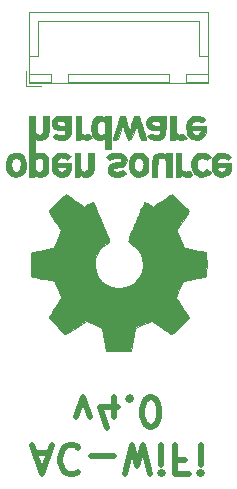
<source format=gbr>
G04 #@! TF.GenerationSoftware,KiCad,Pcbnew,(6.0.6)*
G04 #@! TF.CreationDate,2023-01-05T20:28:39+10:00*
G04 #@! TF.ProjectId,MHI ESP,4d484920-4553-4502-9e6b-696361645f70,rev?*
G04 #@! TF.SameCoordinates,Original*
G04 #@! TF.FileFunction,Legend,Bot*
G04 #@! TF.FilePolarity,Positive*
%FSLAX46Y46*%
G04 Gerber Fmt 4.6, Leading zero omitted, Abs format (unit mm)*
G04 Created by KiCad (PCBNEW (6.0.6)) date 2023-01-05 20:28:39*
%MOMM*%
%LPD*%
G01*
G04 APERTURE LIST*
%ADD10C,0.500000*%
%ADD11C,0.120000*%
%ADD12C,0.010000*%
G04 APERTURE END LIST*
D10*
X117916666Y-113845833D02*
X119107142Y-113845833D01*
X117678571Y-113131547D02*
X118511904Y-115631547D01*
X119345238Y-113131547D01*
X121607142Y-113369642D02*
X121488095Y-113250595D01*
X121130952Y-113131547D01*
X120892857Y-113131547D01*
X120535714Y-113250595D01*
X120297619Y-113488690D01*
X120178571Y-113726785D01*
X120059523Y-114202976D01*
X120059523Y-114560119D01*
X120178571Y-115036309D01*
X120297619Y-115274404D01*
X120535714Y-115512500D01*
X120892857Y-115631547D01*
X121130952Y-115631547D01*
X121488095Y-115512500D01*
X121607142Y-115393452D01*
X122678571Y-114083928D02*
X124583333Y-114083928D01*
X125535714Y-115631547D02*
X126130952Y-113131547D01*
X126607142Y-114917261D01*
X127083333Y-113131547D01*
X127678571Y-115631547D01*
X128630952Y-113131547D02*
X128630952Y-114798214D01*
X128630952Y-115631547D02*
X128511904Y-115512500D01*
X128630952Y-115393452D01*
X128750000Y-115512500D01*
X128630952Y-115631547D01*
X128630952Y-115393452D01*
X130654761Y-114441071D02*
X129821428Y-114441071D01*
X129821428Y-113131547D02*
X129821428Y-115631547D01*
X131011904Y-115631547D01*
X131964285Y-113131547D02*
X131964285Y-114798214D01*
X131964285Y-115631547D02*
X131845238Y-115512500D01*
X131964285Y-115393452D01*
X132083333Y-115512500D01*
X131964285Y-115631547D01*
X131964285Y-115393452D01*
X121428571Y-110773214D02*
X122023809Y-109106547D01*
X122619047Y-110773214D01*
X124642857Y-110773214D02*
X124642857Y-109106547D01*
X124047619Y-111725595D02*
X123452380Y-109939880D01*
X125000000Y-109939880D01*
X125952380Y-109344642D02*
X126071428Y-109225595D01*
X125952380Y-109106547D01*
X125833333Y-109225595D01*
X125952380Y-109344642D01*
X125952380Y-109106547D01*
X127619047Y-111606547D02*
X127857142Y-111606547D01*
X128095238Y-111487500D01*
X128214285Y-111368452D01*
X128333333Y-111130357D01*
X128452380Y-110654166D01*
X128452380Y-110058928D01*
X128333333Y-109582738D01*
X128214285Y-109344642D01*
X128095238Y-109225595D01*
X127857142Y-109106547D01*
X127619047Y-109106547D01*
X127380952Y-109225595D01*
X127261904Y-109344642D01*
X127142857Y-109582738D01*
X127023809Y-110058928D01*
X127023809Y-110654166D01*
X127142857Y-111130357D01*
X127261904Y-111368452D01*
X127380952Y-111487500D01*
X127619047Y-111606547D01*
D11*
X132560000Y-76490000D02*
X132560000Y-82460000D01*
X117450000Y-81700000D02*
X119250000Y-81700000D01*
X117450000Y-80200000D02*
X118200000Y-80200000D01*
X118200000Y-77250000D02*
X125000000Y-77250000D01*
X119250000Y-81700000D02*
X119250000Y-82450000D01*
X129250000Y-81700000D02*
X129250000Y-82450000D01*
X132550000Y-81700000D02*
X132550000Y-82450000D01*
X132550000Y-82450000D02*
X130750000Y-82450000D01*
X117440000Y-82460000D02*
X117440000Y-76490000D01*
X130750000Y-81700000D02*
X132550000Y-81700000D01*
X119250000Y-82450000D02*
X117450000Y-82450000D01*
X131800000Y-77250000D02*
X125000000Y-77250000D01*
X132560000Y-82460000D02*
X117440000Y-82460000D01*
X118200000Y-80200000D02*
X118200000Y-77250000D01*
X117150000Y-82750000D02*
X117150000Y-81500000D01*
X131800000Y-80200000D02*
X131800000Y-77250000D01*
X132550000Y-80200000D02*
X131800000Y-80200000D01*
X120750000Y-81700000D02*
X129250000Y-81700000D01*
X117450000Y-82450000D02*
X117450000Y-81700000D01*
X120750000Y-82450000D02*
X120750000Y-81700000D01*
X117440000Y-76490000D02*
X132560000Y-76490000D01*
X130750000Y-82450000D02*
X130750000Y-81700000D01*
X129250000Y-82450000D02*
X120750000Y-82450000D01*
X118400000Y-82750000D02*
X117150000Y-82750000D01*
G36*
X115518009Y-89175727D02*
G01*
X115530212Y-89016706D01*
X115551001Y-88903995D01*
X115585330Y-88814686D01*
X115638154Y-88725870D01*
X115640404Y-88722504D01*
X115770479Y-88578607D01*
X115929630Y-88468855D01*
X116114697Y-88403728D01*
X116358154Y-88382582D01*
X116596768Y-88424162D01*
X116810055Y-88524357D01*
X116977529Y-88679059D01*
X117025609Y-88752153D01*
X117115398Y-88979386D01*
X117159930Y-89259744D01*
X117156495Y-89579592D01*
X117152112Y-89624958D01*
X117090957Y-89915518D01*
X116977816Y-90141081D01*
X116812447Y-90301892D01*
X116594610Y-90398198D01*
X116324064Y-90430246D01*
X116221849Y-90427238D01*
X116012231Y-90390434D01*
X115840825Y-90302588D01*
X115681022Y-90152198D01*
X115655464Y-90122014D01*
X115586532Y-90020359D01*
X115541228Y-89905255D01*
X115516107Y-89759390D01*
X115507724Y-89565452D01*
X115510395Y-89424389D01*
X115926706Y-89424389D01*
X115948996Y-89664802D01*
X116017400Y-89836925D01*
X116132220Y-89941708D01*
X116266813Y-89991883D01*
X116427329Y-89987660D01*
X116576120Y-89902950D01*
X116611691Y-89870702D01*
X116656580Y-89814279D01*
X116683212Y-89740462D01*
X116697989Y-89627290D01*
X116707309Y-89452805D01*
X116711642Y-89330661D01*
X116710800Y-89198033D01*
X116696737Y-89109488D01*
X116664697Y-89041450D01*
X116609920Y-88970347D01*
X116533904Y-88899788D01*
X116381869Y-88836821D01*
X116218623Y-88848516D01*
X116062603Y-88936029D01*
X116018593Y-88977827D01*
X115971602Y-89049379D01*
X115945545Y-89149951D01*
X115930775Y-89306665D01*
X115926706Y-89424389D01*
X115510395Y-89424389D01*
X115512633Y-89306132D01*
X115518009Y-89175727D01*
G37*
D12*
X115518009Y-89175727D02*
X115530212Y-89016706D01*
X115551001Y-88903995D01*
X115585330Y-88814686D01*
X115638154Y-88725870D01*
X115640404Y-88722504D01*
X115770479Y-88578607D01*
X115929630Y-88468855D01*
X116114697Y-88403728D01*
X116358154Y-88382582D01*
X116596768Y-88424162D01*
X116810055Y-88524357D01*
X116977529Y-88679059D01*
X117025609Y-88752153D01*
X117115398Y-88979386D01*
X117159930Y-89259744D01*
X117156495Y-89579592D01*
X117152112Y-89624958D01*
X117090957Y-89915518D01*
X116977816Y-90141081D01*
X116812447Y-90301892D01*
X116594610Y-90398198D01*
X116324064Y-90430246D01*
X116221849Y-90427238D01*
X116012231Y-90390434D01*
X115840825Y-90302588D01*
X115681022Y-90152198D01*
X115655464Y-90122014D01*
X115586532Y-90020359D01*
X115541228Y-89905255D01*
X115516107Y-89759390D01*
X115507724Y-89565452D01*
X115510395Y-89424389D01*
X115926706Y-89424389D01*
X115948996Y-89664802D01*
X116017400Y-89836925D01*
X116132220Y-89941708D01*
X116266813Y-89991883D01*
X116427329Y-89987660D01*
X116576120Y-89902950D01*
X116611691Y-89870702D01*
X116656580Y-89814279D01*
X116683212Y-89740462D01*
X116697989Y-89627290D01*
X116707309Y-89452805D01*
X116711642Y-89330661D01*
X116710800Y-89198033D01*
X116696737Y-89109488D01*
X116664697Y-89041450D01*
X116609920Y-88970347D01*
X116533904Y-88899788D01*
X116381869Y-88836821D01*
X116218623Y-88848516D01*
X116062603Y-88936029D01*
X116018593Y-88977827D01*
X115971602Y-89049379D01*
X115945545Y-89149951D01*
X115930775Y-89306665D01*
X115926706Y-89424389D01*
X115510395Y-89424389D01*
X115512633Y-89306132D01*
X115518009Y-89175727D01*
G36*
X125154977Y-88424782D02*
G01*
X125388361Y-88505242D01*
X125553559Y-88633051D01*
X125650961Y-88808527D01*
X125680956Y-89031985D01*
X125659243Y-89228565D01*
X125589543Y-89389509D01*
X125464055Y-89504770D01*
X125274840Y-89581425D01*
X125013956Y-89626553D01*
X124983991Y-89629820D01*
X124821561Y-89650652D01*
X124689796Y-89672453D01*
X124614836Y-89691002D01*
X124589820Y-89705938D01*
X124547529Y-89782951D01*
X124554398Y-89881534D01*
X124610916Y-89967114D01*
X124640594Y-89985779D01*
X124764262Y-90015684D01*
X124924000Y-90013674D01*
X125090570Y-89981848D01*
X125234732Y-89922309D01*
X125386211Y-89832934D01*
X125503708Y-89970238D01*
X125532220Y-90005119D01*
X125596453Y-90098563D01*
X125622898Y-90161894D01*
X125595129Y-90200726D01*
X125509217Y-90261344D01*
X125385164Y-90326574D01*
X125367685Y-90334548D01*
X125204100Y-90397093D01*
X125046418Y-90426997D01*
X124850743Y-90433001D01*
X124672581Y-90421186D01*
X124432097Y-90360912D01*
X124256420Y-90249195D01*
X124144548Y-90085286D01*
X124095479Y-89868435D01*
X124105413Y-89660828D01*
X124177122Y-89485720D01*
X124314635Y-89356252D01*
X124520709Y-89269896D01*
X124798101Y-89224125D01*
X124978343Y-89200134D01*
X125142857Y-89148227D01*
X125227794Y-89073059D01*
X125232921Y-88974762D01*
X125198740Y-88913471D01*
X125092881Y-88840830D01*
X124942397Y-88806472D01*
X124766048Y-88811170D01*
X124582594Y-88855700D01*
X124410796Y-88940835D01*
X124239509Y-89054187D01*
X123938197Y-88749295D01*
X124063115Y-88647330D01*
X124111687Y-88611903D01*
X124248350Y-88531413D01*
X124396230Y-88462056D01*
X124513265Y-88422251D01*
X124684633Y-88393420D01*
X124895902Y-88393038D01*
X125154977Y-88424782D01*
G37*
X125154977Y-88424782D02*
X125388361Y-88505242D01*
X125553559Y-88633051D01*
X125650961Y-88808527D01*
X125680956Y-89031985D01*
X125659243Y-89228565D01*
X125589543Y-89389509D01*
X125464055Y-89504770D01*
X125274840Y-89581425D01*
X125013956Y-89626553D01*
X124983991Y-89629820D01*
X124821561Y-89650652D01*
X124689796Y-89672453D01*
X124614836Y-89691002D01*
X124589820Y-89705938D01*
X124547529Y-89782951D01*
X124554398Y-89881534D01*
X124610916Y-89967114D01*
X124640594Y-89985779D01*
X124764262Y-90015684D01*
X124924000Y-90013674D01*
X125090570Y-89981848D01*
X125234732Y-89922309D01*
X125386211Y-89832934D01*
X125503708Y-89970238D01*
X125532220Y-90005119D01*
X125596453Y-90098563D01*
X125622898Y-90161894D01*
X125595129Y-90200726D01*
X125509217Y-90261344D01*
X125385164Y-90326574D01*
X125367685Y-90334548D01*
X125204100Y-90397093D01*
X125046418Y-90426997D01*
X124850743Y-90433001D01*
X124672581Y-90421186D01*
X124432097Y-90360912D01*
X124256420Y-90249195D01*
X124144548Y-90085286D01*
X124095479Y-89868435D01*
X124105413Y-89660828D01*
X124177122Y-89485720D01*
X124314635Y-89356252D01*
X124520709Y-89269896D01*
X124798101Y-89224125D01*
X124978343Y-89200134D01*
X125142857Y-89148227D01*
X125227794Y-89073059D01*
X125232921Y-88974762D01*
X125198740Y-88913471D01*
X125092881Y-88840830D01*
X124942397Y-88806472D01*
X124766048Y-88811170D01*
X124582594Y-88855700D01*
X124410796Y-88940835D01*
X124239509Y-89054187D01*
X123938197Y-88749295D01*
X124063115Y-88647330D01*
X124111687Y-88611903D01*
X124248350Y-88531413D01*
X124396230Y-88462056D01*
X124513265Y-88422251D01*
X124684633Y-88393420D01*
X124895902Y-88393038D01*
X125154977Y-88424782D01*
G36*
X129830164Y-85920828D02*
G01*
X129830219Y-85958962D01*
X129834126Y-86227031D01*
X129843716Y-86445394D01*
X129858303Y-86602885D01*
X129877205Y-86688341D01*
X129894560Y-86720601D01*
X130001399Y-86821780D01*
X130146926Y-86866567D01*
X130305833Y-86845673D01*
X130344811Y-86831512D01*
X130427844Y-86806481D01*
X130484592Y-86814254D01*
X130541694Y-86865133D01*
X130625787Y-86969421D01*
X130762179Y-87141630D01*
X130666312Y-87219257D01*
X130575182Y-87265983D01*
X130415107Y-87297540D01*
X130234681Y-87298574D01*
X130065680Y-87269462D01*
X129939878Y-87210584D01*
X129830164Y-87124283D01*
X129830164Y-87210584D01*
X129827430Y-87243352D01*
X129801992Y-87278093D01*
X129733199Y-87293437D01*
X129601148Y-87296885D01*
X129372131Y-87296885D01*
X129372131Y-85256557D01*
X129830164Y-85256557D01*
X129830164Y-85920828D01*
G37*
X129830164Y-85920828D02*
X129830219Y-85958962D01*
X129834126Y-86227031D01*
X129843716Y-86445394D01*
X129858303Y-86602885D01*
X129877205Y-86688341D01*
X129894560Y-86720601D01*
X130001399Y-86821780D01*
X130146926Y-86866567D01*
X130305833Y-86845673D01*
X130344811Y-86831512D01*
X130427844Y-86806481D01*
X130484592Y-86814254D01*
X130541694Y-86865133D01*
X130625787Y-86969421D01*
X130762179Y-87141630D01*
X130666312Y-87219257D01*
X130575182Y-87265983D01*
X130415107Y-87297540D01*
X130234681Y-87298574D01*
X130065680Y-87269462D01*
X129939878Y-87210584D01*
X129830164Y-87124283D01*
X129830164Y-87210584D01*
X129827430Y-87243352D01*
X129801992Y-87278093D01*
X129733199Y-87293437D01*
X129601148Y-87296885D01*
X129372131Y-87296885D01*
X129372131Y-85256557D01*
X129830164Y-85256557D01*
X129830164Y-85920828D01*
G36*
X117681885Y-85264791D02*
G01*
X117900492Y-85277377D01*
X117910886Y-85943606D01*
X117913960Y-86105609D01*
X117922689Y-86349002D01*
X117937672Y-86527606D01*
X117961662Y-86653428D01*
X117997414Y-86738473D01*
X118047683Y-86794746D01*
X118115222Y-86834253D01*
X118241952Y-86874599D01*
X118367982Y-86858921D01*
X118501067Y-86772692D01*
X118629180Y-86664892D01*
X118629180Y-85256557D01*
X119087213Y-85256557D01*
X119087213Y-86020336D01*
X119086773Y-86259735D01*
X119084338Y-86472467D01*
X119078481Y-86628184D01*
X119067786Y-86741004D01*
X119050834Y-86825044D01*
X119026207Y-86894418D01*
X118992487Y-86963245D01*
X118984492Y-86977857D01*
X118878159Y-87120174D01*
X118753710Y-87219630D01*
X118603672Y-87271853D01*
X118404995Y-87295100D01*
X118206033Y-87282509D01*
X118044162Y-87233357D01*
X117921311Y-87169828D01*
X117921311Y-88544729D01*
X118089640Y-88456991D01*
X118159954Y-88425115D01*
X118381896Y-88380040D01*
X118602462Y-88411194D01*
X118806920Y-88514775D01*
X118980542Y-88686980D01*
X119007741Y-88727455D01*
X119033882Y-88786785D01*
X119050932Y-88867450D01*
X119060778Y-88984932D01*
X119065304Y-89154713D01*
X119066393Y-89392276D01*
X119066020Y-89500672D01*
X119059637Y-89752806D01*
X119041859Y-89941157D01*
X119008195Y-90079963D01*
X118954155Y-90183458D01*
X118875249Y-90265878D01*
X118766985Y-90341460D01*
X118679192Y-90384834D01*
X118471046Y-90432668D01*
X118251646Y-90426150D01*
X118056639Y-90364141D01*
X117972949Y-90323607D01*
X117930855Y-90319419D01*
X117921311Y-90356308D01*
X117921303Y-90357424D01*
X117900733Y-90395091D01*
X117829794Y-90414398D01*
X117692295Y-90419836D01*
X117463279Y-90419836D01*
X117463279Y-89386536D01*
X117921311Y-89386536D01*
X117924331Y-89509148D01*
X117954474Y-89740608D01*
X118016666Y-89897119D01*
X118110554Y-89977577D01*
X118205381Y-90000213D01*
X118370525Y-89989601D01*
X118510059Y-89923889D01*
X118543454Y-89893755D01*
X118578841Y-89841623D01*
X118600720Y-89764018D01*
X118613712Y-89641672D01*
X118622440Y-89455317D01*
X118626240Y-89331613D01*
X118625869Y-89183877D01*
X118614574Y-89085355D01*
X118589190Y-89015038D01*
X118546549Y-88951919D01*
X118492383Y-88893236D01*
X118405762Y-88848825D01*
X118275246Y-88837541D01*
X118159951Y-88847361D01*
X118045834Y-88896503D01*
X117972338Y-88996050D01*
X117932989Y-89156047D01*
X117921311Y-89386536D01*
X117463279Y-89386536D01*
X117463279Y-85252205D01*
X117681885Y-85264791D01*
G37*
X117681885Y-85264791D02*
X117900492Y-85277377D01*
X117910886Y-85943606D01*
X117913960Y-86105609D01*
X117922689Y-86349002D01*
X117937672Y-86527606D01*
X117961662Y-86653428D01*
X117997414Y-86738473D01*
X118047683Y-86794746D01*
X118115222Y-86834253D01*
X118241952Y-86874599D01*
X118367982Y-86858921D01*
X118501067Y-86772692D01*
X118629180Y-86664892D01*
X118629180Y-85256557D01*
X119087213Y-85256557D01*
X119087213Y-86020336D01*
X119086773Y-86259735D01*
X119084338Y-86472467D01*
X119078481Y-86628184D01*
X119067786Y-86741004D01*
X119050834Y-86825044D01*
X119026207Y-86894418D01*
X118992487Y-86963245D01*
X118984492Y-86977857D01*
X118878159Y-87120174D01*
X118753710Y-87219630D01*
X118603672Y-87271853D01*
X118404995Y-87295100D01*
X118206033Y-87282509D01*
X118044162Y-87233357D01*
X117921311Y-87169828D01*
X117921311Y-88544729D01*
X118089640Y-88456991D01*
X118159954Y-88425115D01*
X118381896Y-88380040D01*
X118602462Y-88411194D01*
X118806920Y-88514775D01*
X118980542Y-88686980D01*
X119007741Y-88727455D01*
X119033882Y-88786785D01*
X119050932Y-88867450D01*
X119060778Y-88984932D01*
X119065304Y-89154713D01*
X119066393Y-89392276D01*
X119066020Y-89500672D01*
X119059637Y-89752806D01*
X119041859Y-89941157D01*
X119008195Y-90079963D01*
X118954155Y-90183458D01*
X118875249Y-90265878D01*
X118766985Y-90341460D01*
X118679192Y-90384834D01*
X118471046Y-90432668D01*
X118251646Y-90426150D01*
X118056639Y-90364141D01*
X117972949Y-90323607D01*
X117930855Y-90319419D01*
X117921311Y-90356308D01*
X117921303Y-90357424D01*
X117900733Y-90395091D01*
X117829794Y-90414398D01*
X117692295Y-90419836D01*
X117463279Y-90419836D01*
X117463279Y-89386536D01*
X117921311Y-89386536D01*
X117924331Y-89509148D01*
X117954474Y-89740608D01*
X118016666Y-89897119D01*
X118110554Y-89977577D01*
X118205381Y-90000213D01*
X118370525Y-89989601D01*
X118510059Y-89923889D01*
X118543454Y-89893755D01*
X118578841Y-89841623D01*
X118600720Y-89764018D01*
X118613712Y-89641672D01*
X118622440Y-89455317D01*
X118626240Y-89331613D01*
X118625869Y-89183877D01*
X118614574Y-89085355D01*
X118589190Y-89015038D01*
X118546549Y-88951919D01*
X118492383Y-88893236D01*
X118405762Y-88848825D01*
X118275246Y-88837541D01*
X118159951Y-88847361D01*
X118045834Y-88896503D01*
X117972338Y-88996050D01*
X117932989Y-89156047D01*
X117921311Y-89386536D01*
X117463279Y-89386536D01*
X117463279Y-85252205D01*
X117681885Y-85264791D01*
G36*
X122717839Y-85942864D02*
G01*
X122728454Y-85818859D01*
X122730273Y-85807494D01*
X122801716Y-85604219D01*
X122932187Y-85431882D01*
X123103345Y-85315127D01*
X123287147Y-85266799D01*
X123513223Y-85270549D01*
X123721196Y-85335347D01*
X123775367Y-85362692D01*
X123845026Y-85391992D01*
X123871534Y-85382877D01*
X123875738Y-85335347D01*
X123877668Y-85311646D01*
X123902595Y-85276593D01*
X123971825Y-85260454D01*
X124104754Y-85256557D01*
X124333770Y-85256557D01*
X124333770Y-88088033D01*
X123875738Y-88088033D01*
X123875738Y-87117421D01*
X123790899Y-87194199D01*
X123709213Y-87241919D01*
X123554607Y-87281810D01*
X123373879Y-87294664D01*
X123197384Y-87278883D01*
X123055479Y-87232873D01*
X122953912Y-87167421D01*
X122849294Y-87055923D01*
X122778883Y-86905976D01*
X122736558Y-86703144D01*
X122716194Y-86432990D01*
X122713200Y-86323788D01*
X122712984Y-86255520D01*
X123167828Y-86255520D01*
X123171148Y-86439066D01*
X123188750Y-86600354D01*
X123221060Y-86712527D01*
X123231383Y-86730924D01*
X123330891Y-86823374D01*
X123465743Y-86864331D01*
X123610572Y-86854805D01*
X123740012Y-86795805D01*
X123828697Y-86688341D01*
X123832362Y-86679302D01*
X123854353Y-86578460D01*
X123869865Y-86427771D01*
X123875738Y-86256264D01*
X123872456Y-86083074D01*
X123859134Y-85967769D01*
X123830692Y-85888776D01*
X123782049Y-85822578D01*
X123653607Y-85724152D01*
X123503299Y-85691155D01*
X123357544Y-85731959D01*
X123234783Y-85845783D01*
X123202334Y-85929076D01*
X123178365Y-86076572D01*
X123167828Y-86255520D01*
X122712984Y-86255520D01*
X122712560Y-86120883D01*
X122717839Y-85942864D01*
G37*
X122717839Y-85942864D02*
X122728454Y-85818859D01*
X122730273Y-85807494D01*
X122801716Y-85604219D01*
X122932187Y-85431882D01*
X123103345Y-85315127D01*
X123287147Y-85266799D01*
X123513223Y-85270549D01*
X123721196Y-85335347D01*
X123775367Y-85362692D01*
X123845026Y-85391992D01*
X123871534Y-85382877D01*
X123875738Y-85335347D01*
X123877668Y-85311646D01*
X123902595Y-85276593D01*
X123971825Y-85260454D01*
X124104754Y-85256557D01*
X124333770Y-85256557D01*
X124333770Y-88088033D01*
X123875738Y-88088033D01*
X123875738Y-87117421D01*
X123790899Y-87194199D01*
X123709213Y-87241919D01*
X123554607Y-87281810D01*
X123373879Y-87294664D01*
X123197384Y-87278883D01*
X123055479Y-87232873D01*
X122953912Y-87167421D01*
X122849294Y-87055923D01*
X122778883Y-86905976D01*
X122736558Y-86703144D01*
X122716194Y-86432990D01*
X122713200Y-86323788D01*
X122712984Y-86255520D01*
X123167828Y-86255520D01*
X123171148Y-86439066D01*
X123188750Y-86600354D01*
X123221060Y-86712527D01*
X123231383Y-86730924D01*
X123330891Y-86823374D01*
X123465743Y-86864331D01*
X123610572Y-86854805D01*
X123740012Y-86795805D01*
X123828697Y-86688341D01*
X123832362Y-86679302D01*
X123854353Y-86578460D01*
X123869865Y-86427771D01*
X123875738Y-86256264D01*
X123872456Y-86083074D01*
X123859134Y-85967769D01*
X123830692Y-85888776D01*
X123782049Y-85822578D01*
X123653607Y-85724152D01*
X123503299Y-85691155D01*
X123357544Y-85731959D01*
X123234783Y-85845783D01*
X123202334Y-85929076D01*
X123178365Y-86076572D01*
X123167828Y-86255520D01*
X122712984Y-86255520D01*
X122712560Y-86120883D01*
X122717839Y-85942864D01*
G36*
X121793770Y-85899256D02*
G01*
X121794231Y-86048754D01*
X121798966Y-86296359D01*
X121810952Y-86479666D01*
X121832791Y-86611348D01*
X121867082Y-86704076D01*
X121916426Y-86770521D01*
X121983424Y-86823354D01*
X122056564Y-86862722D01*
X122143172Y-86873884D01*
X122266348Y-86849062D01*
X122305932Y-86838728D01*
X122404737Y-86823175D01*
X122475388Y-86845460D01*
X122557272Y-86914432D01*
X122572810Y-86929432D01*
X122658718Y-87022223D01*
X122714119Y-87097667D01*
X122721719Y-87115842D01*
X122706660Y-87182956D01*
X122630300Y-87236613D01*
X122509786Y-87274271D01*
X122362263Y-87293387D01*
X122204877Y-87291419D01*
X122054773Y-87265825D01*
X121929098Y-87214063D01*
X121889263Y-87189892D01*
X121822200Y-87154516D01*
X121797375Y-87162617D01*
X121793770Y-87214218D01*
X121792925Y-87232745D01*
X121772837Y-87273782D01*
X121710525Y-87292460D01*
X121585574Y-87296885D01*
X121377377Y-87296885D01*
X121377377Y-85256557D01*
X121793770Y-85256557D01*
X121793770Y-85899256D01*
G37*
X121793770Y-85899256D02*
X121794231Y-86048754D01*
X121798966Y-86296359D01*
X121810952Y-86479666D01*
X121832791Y-86611348D01*
X121867082Y-86704076D01*
X121916426Y-86770521D01*
X121983424Y-86823354D01*
X122056564Y-86862722D01*
X122143172Y-86873884D01*
X122266348Y-86849062D01*
X122305932Y-86838728D01*
X122404737Y-86823175D01*
X122475388Y-86845460D01*
X122557272Y-86914432D01*
X122572810Y-86929432D01*
X122658718Y-87022223D01*
X122714119Y-87097667D01*
X122721719Y-87115842D01*
X122706660Y-87182956D01*
X122630300Y-87236613D01*
X122509786Y-87274271D01*
X122362263Y-87293387D01*
X122204877Y-87291419D01*
X122054773Y-87265825D01*
X121929098Y-87214063D01*
X121889263Y-87189892D01*
X121822200Y-87154516D01*
X121797375Y-87162617D01*
X121793770Y-87214218D01*
X121792925Y-87232745D01*
X121772837Y-87273782D01*
X121710525Y-87292460D01*
X121585574Y-87296885D01*
X121377377Y-87296885D01*
X121377377Y-85256557D01*
X121793770Y-85256557D01*
X121793770Y-85899256D01*
G36*
X130329836Y-89799222D02*
G01*
X130443700Y-89904748D01*
X130479273Y-89934739D01*
X130585234Y-89985980D01*
X130715720Y-89988033D01*
X130893393Y-89942818D01*
X130953287Y-89939955D01*
X131023546Y-89983818D01*
X131117063Y-90088073D01*
X131162427Y-90145741D01*
X131216076Y-90227166D01*
X131224344Y-90278996D01*
X131194306Y-90322720D01*
X131102092Y-90378011D01*
X130958869Y-90421769D01*
X130803480Y-90443467D01*
X130672134Y-90435297D01*
X130570054Y-90403431D01*
X130444344Y-90350464D01*
X130383478Y-90322000D01*
X130339550Y-90316854D01*
X130329836Y-90356308D01*
X130329827Y-90357424D01*
X130309258Y-90395091D01*
X130238318Y-90414398D01*
X130100820Y-90419836D01*
X129871803Y-90419836D01*
X129871803Y-88421147D01*
X130329836Y-88421147D01*
X130329836Y-89799222D01*
G37*
X130329836Y-89799222D02*
X130443700Y-89904748D01*
X130479273Y-89934739D01*
X130585234Y-89985980D01*
X130715720Y-89988033D01*
X130893393Y-89942818D01*
X130953287Y-89939955D01*
X131023546Y-89983818D01*
X131117063Y-90088073D01*
X131162427Y-90145741D01*
X131216076Y-90227166D01*
X131224344Y-90278996D01*
X131194306Y-90322720D01*
X131102092Y-90378011D01*
X130958869Y-90421769D01*
X130803480Y-90443467D01*
X130672134Y-90435297D01*
X130570054Y-90403431D01*
X130444344Y-90350464D01*
X130383478Y-90322000D01*
X130339550Y-90316854D01*
X130329836Y-90356308D01*
X130329827Y-90357424D01*
X130309258Y-90395091D01*
X130238318Y-90414398D01*
X130100820Y-90419836D01*
X129871803Y-90419836D01*
X129871803Y-88421147D01*
X130329836Y-88421147D01*
X130329836Y-89799222D01*
G36*
X132449740Y-88458557D02*
G01*
X132683023Y-88599022D01*
X132834011Y-88723479D01*
X132698018Y-88863788D01*
X132612102Y-88946908D01*
X132534387Y-88993187D01*
X132462330Y-88982996D01*
X132370164Y-88920820D01*
X132333415Y-88896478D01*
X132178162Y-88846658D01*
X131999717Y-88846689D01*
X131832650Y-88898036D01*
X131769742Y-88939270D01*
X131677467Y-89061034D01*
X131631208Y-89239876D01*
X131628231Y-89483627D01*
X131628240Y-89483764D01*
X131662658Y-89701846D01*
X131738475Y-89853051D01*
X131863234Y-89946582D01*
X132044475Y-89991643D01*
X132158610Y-89997704D01*
X132258336Y-89972887D01*
X132360614Y-89900990D01*
X132492967Y-89789622D01*
X132660582Y-89924321D01*
X132721819Y-89975923D01*
X132798308Y-90049858D01*
X132828197Y-90093429D01*
X132817612Y-90113064D01*
X132756648Y-90173349D01*
X132659531Y-90250019D01*
X132583543Y-90299910D01*
X132342288Y-90402398D01*
X132090535Y-90438185D01*
X131843464Y-90410302D01*
X131616259Y-90321783D01*
X131424102Y-90175659D01*
X131282176Y-89974961D01*
X131272592Y-89954497D01*
X131211743Y-89754907D01*
X131181342Y-89516490D01*
X131181581Y-89268255D01*
X131212654Y-89039209D01*
X131274753Y-88858361D01*
X131351426Y-88732315D01*
X131520194Y-88553751D01*
X131731216Y-88440245D01*
X131911760Y-88394347D01*
X132186673Y-88389334D01*
X132449740Y-88458557D01*
G37*
X132449740Y-88458557D02*
X132683023Y-88599022D01*
X132834011Y-88723479D01*
X132698018Y-88863788D01*
X132612102Y-88946908D01*
X132534387Y-88993187D01*
X132462330Y-88982996D01*
X132370164Y-88920820D01*
X132333415Y-88896478D01*
X132178162Y-88846658D01*
X131999717Y-88846689D01*
X131832650Y-88898036D01*
X131769742Y-88939270D01*
X131677467Y-89061034D01*
X131631208Y-89239876D01*
X131628231Y-89483627D01*
X131628240Y-89483764D01*
X131662658Y-89701846D01*
X131738475Y-89853051D01*
X131863234Y-89946582D01*
X132044475Y-89991643D01*
X132158610Y-89997704D01*
X132258336Y-89972887D01*
X132360614Y-89900990D01*
X132492967Y-89789622D01*
X132660582Y-89924321D01*
X132721819Y-89975923D01*
X132798308Y-90049858D01*
X132828197Y-90093429D01*
X132817612Y-90113064D01*
X132756648Y-90173349D01*
X132659531Y-90250019D01*
X132583543Y-90299910D01*
X132342288Y-90402398D01*
X132090535Y-90438185D01*
X131843464Y-90410302D01*
X131616259Y-90321783D01*
X131424102Y-90175659D01*
X131282176Y-89974961D01*
X131272592Y-89954497D01*
X131211743Y-89754907D01*
X131181342Y-89516490D01*
X131181581Y-89268255D01*
X131212654Y-89039209D01*
X131274753Y-88858361D01*
X131351426Y-88732315D01*
X131520194Y-88553751D01*
X131731216Y-88440245D01*
X131911760Y-88394347D01*
X132186673Y-88389334D01*
X132449740Y-88458557D01*
G36*
X121752131Y-89110089D02*
G01*
X121752444Y-89342730D01*
X121754586Y-89533832D01*
X121760316Y-89667559D01*
X121771397Y-89757537D01*
X121789587Y-89817393D01*
X121816647Y-89860751D01*
X121854337Y-89901237D01*
X121905677Y-89944299D01*
X122053306Y-90002157D01*
X122208269Y-89985176D01*
X122350224Y-89893666D01*
X122390797Y-89851076D01*
X122419924Y-89807974D01*
X122439459Y-89750614D01*
X122451319Y-89665193D01*
X122457419Y-89537907D01*
X122459674Y-89354950D01*
X122460000Y-89102519D01*
X122460000Y-88421147D01*
X122918033Y-88421147D01*
X122917118Y-89160246D01*
X122917056Y-89193167D01*
X122913085Y-89507552D01*
X122900885Y-89751767D01*
X122877323Y-89937687D01*
X122839262Y-90077189D01*
X122783568Y-90182147D01*
X122707106Y-90264439D01*
X122606740Y-90335938D01*
X122503108Y-90385437D01*
X122294401Y-90430409D01*
X122077273Y-90423776D01*
X121887459Y-90364139D01*
X121803767Y-90323605D01*
X121761675Y-90319419D01*
X121752131Y-90356308D01*
X121752122Y-90357424D01*
X121731553Y-90395091D01*
X121660614Y-90414398D01*
X121523115Y-90419836D01*
X121294098Y-90419836D01*
X121294098Y-88421147D01*
X121752131Y-88421147D01*
X121752131Y-89110089D01*
G37*
X121752131Y-89110089D02*
X121752444Y-89342730D01*
X121754586Y-89533832D01*
X121760316Y-89667559D01*
X121771397Y-89757537D01*
X121789587Y-89817393D01*
X121816647Y-89860751D01*
X121854337Y-89901237D01*
X121905677Y-89944299D01*
X122053306Y-90002157D01*
X122208269Y-89985176D01*
X122350224Y-89893666D01*
X122390797Y-89851076D01*
X122419924Y-89807974D01*
X122439459Y-89750614D01*
X122451319Y-89665193D01*
X122457419Y-89537907D01*
X122459674Y-89354950D01*
X122460000Y-89102519D01*
X122460000Y-88421147D01*
X122918033Y-88421147D01*
X122917118Y-89160246D01*
X122917056Y-89193167D01*
X122913085Y-89507552D01*
X122900885Y-89751767D01*
X122877323Y-89937687D01*
X122839262Y-90077189D01*
X122783568Y-90182147D01*
X122707106Y-90264439D01*
X122606740Y-90335938D01*
X122503108Y-90385437D01*
X122294401Y-90430409D01*
X122077273Y-90423776D01*
X121887459Y-90364139D01*
X121803767Y-90323605D01*
X121761675Y-90319419D01*
X121752131Y-90356308D01*
X121752122Y-90357424D01*
X121731553Y-90395091D01*
X121660614Y-90414398D01*
X121523115Y-90419836D01*
X121294098Y-90419836D01*
X121294098Y-88421147D01*
X121752131Y-88421147D01*
X121752131Y-89110089D01*
G36*
X127403324Y-85615533D02*
G01*
X127512491Y-85453812D01*
X127678089Y-85337478D01*
X127694340Y-85330408D01*
X127875531Y-85279471D01*
X128079693Y-85259615D01*
X128273803Y-85271754D01*
X128424836Y-85316803D01*
X128485166Y-85346193D01*
X128529441Y-85353201D01*
X128539344Y-85316547D01*
X128558102Y-85282650D01*
X128630677Y-85262464D01*
X128771544Y-85256557D01*
X129003745Y-85256557D01*
X128990151Y-86058115D01*
X128986457Y-86243471D01*
X128976729Y-86520966D01*
X128960332Y-86733152D01*
X128934026Y-86891595D01*
X128894571Y-87007865D01*
X128838727Y-87093528D01*
X128763254Y-87160153D01*
X128664912Y-87219307D01*
X128614179Y-87241891D01*
X128438670Y-87284520D01*
X128226989Y-87302145D01*
X128008137Y-87295087D01*
X127811113Y-87263668D01*
X127664918Y-87208211D01*
X127614064Y-87176011D01*
X127496985Y-87080576D01*
X127457359Y-87000663D01*
X127466982Y-86985221D01*
X127526955Y-86931284D01*
X127623773Y-86859329D01*
X127673272Y-86825651D01*
X127757565Y-86777932D01*
X127812342Y-86773375D01*
X127863200Y-86806311D01*
X127989952Y-86873015D01*
X128160504Y-86900445D01*
X128334797Y-86879445D01*
X128338095Y-86878493D01*
X128461026Y-86825083D01*
X128521876Y-86741481D01*
X128538707Y-86603216D01*
X128539344Y-86471679D01*
X128104763Y-86457479D01*
X128035527Y-86455143D01*
X127860971Y-86447018D01*
X127743952Y-86434256D01*
X127664855Y-86412076D01*
X127604065Y-86375698D01*
X127541968Y-86320344D01*
X127439440Y-86192308D01*
X127364295Y-86002852D01*
X127356928Y-85872485D01*
X127766763Y-85872485D01*
X127806891Y-85985344D01*
X127830305Y-86014879D01*
X127934881Y-86081129D01*
X128100387Y-86118957D01*
X128336352Y-86130983D01*
X128539344Y-86130983D01*
X128539344Y-85985246D01*
X128523661Y-85876319D01*
X128456066Y-85756229D01*
X128431115Y-85734156D01*
X128328850Y-85687718D01*
X128175000Y-85675769D01*
X128082684Y-85680437D01*
X127909942Y-85715589D01*
X127802875Y-85781086D01*
X127766763Y-85872485D01*
X127356928Y-85872485D01*
X127353091Y-85804570D01*
X127403324Y-85615533D01*
G37*
X127403324Y-85615533D02*
X127512491Y-85453812D01*
X127678089Y-85337478D01*
X127694340Y-85330408D01*
X127875531Y-85279471D01*
X128079693Y-85259615D01*
X128273803Y-85271754D01*
X128424836Y-85316803D01*
X128485166Y-85346193D01*
X128529441Y-85353201D01*
X128539344Y-85316547D01*
X128558102Y-85282650D01*
X128630677Y-85262464D01*
X128771544Y-85256557D01*
X129003745Y-85256557D01*
X128990151Y-86058115D01*
X128986457Y-86243471D01*
X128976729Y-86520966D01*
X128960332Y-86733152D01*
X128934026Y-86891595D01*
X128894571Y-87007865D01*
X128838727Y-87093528D01*
X128763254Y-87160153D01*
X128664912Y-87219307D01*
X128614179Y-87241891D01*
X128438670Y-87284520D01*
X128226989Y-87302145D01*
X128008137Y-87295087D01*
X127811113Y-87263668D01*
X127664918Y-87208211D01*
X127614064Y-87176011D01*
X127496985Y-87080576D01*
X127457359Y-87000663D01*
X127466982Y-86985221D01*
X127526955Y-86931284D01*
X127623773Y-86859329D01*
X127673272Y-86825651D01*
X127757565Y-86777932D01*
X127812342Y-86773375D01*
X127863200Y-86806311D01*
X127989952Y-86873015D01*
X128160504Y-86900445D01*
X128334797Y-86879445D01*
X128338095Y-86878493D01*
X128461026Y-86825083D01*
X128521876Y-86741481D01*
X128538707Y-86603216D01*
X128539344Y-86471679D01*
X128104763Y-86457479D01*
X128035527Y-86455143D01*
X127860971Y-86447018D01*
X127743952Y-86434256D01*
X127664855Y-86412076D01*
X127604065Y-86375698D01*
X127541968Y-86320344D01*
X127439440Y-86192308D01*
X127364295Y-86002852D01*
X127356928Y-85872485D01*
X127766763Y-85872485D01*
X127806891Y-85985344D01*
X127830305Y-86014879D01*
X127934881Y-86081129D01*
X128100387Y-86118957D01*
X128336352Y-86130983D01*
X128539344Y-86130983D01*
X128539344Y-85985246D01*
X128523661Y-85876319D01*
X128456066Y-85756229D01*
X128431115Y-85734156D01*
X128328850Y-85687718D01*
X128175000Y-85675769D01*
X128082684Y-85680437D01*
X127909942Y-85715589D01*
X127802875Y-85781086D01*
X127766763Y-85872485D01*
X127356928Y-85872485D01*
X127353091Y-85804570D01*
X127403324Y-85615533D01*
G36*
X125896254Y-89145080D02*
G01*
X125947599Y-88893497D01*
X126039438Y-88701522D01*
X126179221Y-88556516D01*
X126374396Y-88445839D01*
X126450174Y-88419499D01*
X126646427Y-88386635D01*
X126852945Y-88387528D01*
X127027207Y-88423627D01*
X127030632Y-88424937D01*
X127171065Y-88507548D01*
X127312942Y-88635434D01*
X127430667Y-88781677D01*
X127498643Y-88919363D01*
X127518794Y-89020009D01*
X127536045Y-89208450D01*
X127539739Y-89423061D01*
X127530483Y-89636667D01*
X127508886Y-89822093D01*
X127475554Y-89952162D01*
X127397915Y-90099426D01*
X127233136Y-90280495D01*
X127022521Y-90395195D01*
X126772336Y-90440594D01*
X126488842Y-90413764D01*
X126441670Y-90402334D01*
X126221993Y-90303770D01*
X126056457Y-90141951D01*
X125945056Y-89916866D01*
X125887785Y-89628505D01*
X125886119Y-89442447D01*
X126332459Y-89442447D01*
X126332699Y-89512001D01*
X126337923Y-89652936D01*
X126355293Y-89744874D01*
X126391735Y-89812807D01*
X126454174Y-89881727D01*
X126572987Y-89965262D01*
X126727661Y-89999413D01*
X126877104Y-89966886D01*
X127001191Y-89872809D01*
X127079796Y-89722310D01*
X127107174Y-89592354D01*
X127119424Y-89376419D01*
X127094345Y-89174949D01*
X127035428Y-89009401D01*
X126946166Y-88901228D01*
X126912333Y-88882655D01*
X126783318Y-88848896D01*
X126634093Y-88841950D01*
X126508550Y-88865410D01*
X126459551Y-88899051D01*
X126390772Y-89016697D01*
X126347494Y-89200823D01*
X126332459Y-89442447D01*
X125886119Y-89442447D01*
X125884637Y-89276858D01*
X125896254Y-89145080D01*
G37*
X125896254Y-89145080D02*
X125947599Y-88893497D01*
X126039438Y-88701522D01*
X126179221Y-88556516D01*
X126374396Y-88445839D01*
X126450174Y-88419499D01*
X126646427Y-88386635D01*
X126852945Y-88387528D01*
X127027207Y-88423627D01*
X127030632Y-88424937D01*
X127171065Y-88507548D01*
X127312942Y-88635434D01*
X127430667Y-88781677D01*
X127498643Y-88919363D01*
X127518794Y-89020009D01*
X127536045Y-89208450D01*
X127539739Y-89423061D01*
X127530483Y-89636667D01*
X127508886Y-89822093D01*
X127475554Y-89952162D01*
X127397915Y-90099426D01*
X127233136Y-90280495D01*
X127022521Y-90395195D01*
X126772336Y-90440594D01*
X126488842Y-90413764D01*
X126441670Y-90402334D01*
X126221993Y-90303770D01*
X126056457Y-90141951D01*
X125945056Y-89916866D01*
X125887785Y-89628505D01*
X125886119Y-89442447D01*
X126332459Y-89442447D01*
X126332699Y-89512001D01*
X126337923Y-89652936D01*
X126355293Y-89744874D01*
X126391735Y-89812807D01*
X126454174Y-89881727D01*
X126572987Y-89965262D01*
X126727661Y-89999413D01*
X126877104Y-89966886D01*
X127001191Y-89872809D01*
X127079796Y-89722310D01*
X127107174Y-89592354D01*
X127119424Y-89376419D01*
X127094345Y-89174949D01*
X127035428Y-89009401D01*
X126946166Y-88901228D01*
X126912333Y-88882655D01*
X126783318Y-88848896D01*
X126634093Y-88841950D01*
X126508550Y-88865410D01*
X126459551Y-88899051D01*
X126390772Y-89016697D01*
X126347494Y-89200823D01*
X126332459Y-89442447D01*
X125886119Y-89442447D01*
X125884637Y-89276858D01*
X125896254Y-89145080D01*
G36*
X130752965Y-86121284D02*
G01*
X130802278Y-85824021D01*
X130903746Y-85590279D01*
X131058262Y-85418388D01*
X131266721Y-85306679D01*
X131334074Y-85286941D01*
X131574564Y-85259375D01*
X131828501Y-85282638D01*
X132057869Y-85354436D01*
X132138674Y-85395187D01*
X132254531Y-85464992D01*
X132324743Y-85522430D01*
X132335110Y-85535554D01*
X132354503Y-85583549D01*
X132326560Y-85635724D01*
X132241465Y-85714741D01*
X132200399Y-85749139D01*
X132119501Y-85812087D01*
X132077083Y-85837816D01*
X132064931Y-85835166D01*
X131995288Y-85806516D01*
X131891311Y-85756229D01*
X131857411Y-85739687D01*
X131657424Y-85678262D01*
X131483680Y-85694096D01*
X131331323Y-85787459D01*
X131313596Y-85804710D01*
X131228841Y-85912768D01*
X131180415Y-86016475D01*
X131153595Y-86130983D01*
X132411803Y-86130983D01*
X132411571Y-86349590D01*
X132411438Y-86371332D01*
X132385390Y-86640280D01*
X132309568Y-86859069D01*
X132177269Y-87047674D01*
X132096561Y-87127456D01*
X131929876Y-87234254D01*
X131730842Y-87286001D01*
X131479438Y-87289640D01*
X131357998Y-87275374D01*
X131133834Y-87201298D01*
X130962210Y-87066475D01*
X130841624Y-86868825D01*
X130770572Y-86606267D01*
X130763359Y-86503027D01*
X131162623Y-86503027D01*
X131195557Y-86640737D01*
X131291978Y-86769268D01*
X131431044Y-86858437D01*
X131591690Y-86889282D01*
X131709966Y-86854511D01*
X131828196Y-86769512D01*
X131918073Y-86658771D01*
X131953770Y-86546720D01*
X131948567Y-86510345D01*
X131921852Y-86485276D01*
X131858174Y-86471362D01*
X131742101Y-86465377D01*
X131558197Y-86464098D01*
X131455956Y-86465425D01*
X131305042Y-86473171D01*
X131201240Y-86486298D01*
X131162623Y-86503027D01*
X130763359Y-86503027D01*
X130747551Y-86276721D01*
X130752965Y-86121284D01*
G37*
X130752965Y-86121284D02*
X130802278Y-85824021D01*
X130903746Y-85590279D01*
X131058262Y-85418388D01*
X131266721Y-85306679D01*
X131334074Y-85286941D01*
X131574564Y-85259375D01*
X131828501Y-85282638D01*
X132057869Y-85354436D01*
X132138674Y-85395187D01*
X132254531Y-85464992D01*
X132324743Y-85522430D01*
X132335110Y-85535554D01*
X132354503Y-85583549D01*
X132326560Y-85635724D01*
X132241465Y-85714741D01*
X132200399Y-85749139D01*
X132119501Y-85812087D01*
X132077083Y-85837816D01*
X132064931Y-85835166D01*
X131995288Y-85806516D01*
X131891311Y-85756229D01*
X131857411Y-85739687D01*
X131657424Y-85678262D01*
X131483680Y-85694096D01*
X131331323Y-85787459D01*
X131313596Y-85804710D01*
X131228841Y-85912768D01*
X131180415Y-86016475D01*
X131153595Y-86130983D01*
X132411803Y-86130983D01*
X132411571Y-86349590D01*
X132411438Y-86371332D01*
X132385390Y-86640280D01*
X132309568Y-86859069D01*
X132177269Y-87047674D01*
X132096561Y-87127456D01*
X131929876Y-87234254D01*
X131730842Y-87286001D01*
X131479438Y-87289640D01*
X131357998Y-87275374D01*
X131133834Y-87201298D01*
X130962210Y-87066475D01*
X130841624Y-86868825D01*
X130770572Y-86606267D01*
X130763359Y-86503027D01*
X131162623Y-86503027D01*
X131195557Y-86640737D01*
X131291978Y-86769268D01*
X131431044Y-86858437D01*
X131591690Y-86889282D01*
X131709966Y-86854511D01*
X131828196Y-86769512D01*
X131918073Y-86658771D01*
X131953770Y-86546720D01*
X131948567Y-86510345D01*
X131921852Y-86485276D01*
X131858174Y-86471362D01*
X131742101Y-86465377D01*
X131558197Y-86464098D01*
X131455956Y-86465425D01*
X131305042Y-86473171D01*
X131201240Y-86486298D01*
X131162623Y-86503027D01*
X130763359Y-86503027D01*
X130747551Y-86276721D01*
X130752965Y-86121284D01*
G36*
X119346791Y-85806064D02*
G01*
X119397530Y-85592153D01*
X119510391Y-85431269D01*
X119690984Y-85315337D01*
X119784307Y-85287131D01*
X119944156Y-85265149D01*
X120118958Y-85259900D01*
X120276668Y-85271997D01*
X120385241Y-85302054D01*
X120451185Y-85326130D01*
X120515749Y-85302054D01*
X120539366Y-85288104D01*
X120633630Y-85265485D01*
X120761115Y-85256557D01*
X120960984Y-85256557D01*
X120960984Y-86062367D01*
X120960968Y-86132052D01*
X120960209Y-86394711D01*
X120957360Y-86589984D01*
X120951127Y-86730846D01*
X120940216Y-86830270D01*
X120923331Y-86901232D01*
X120899179Y-86956704D01*
X120866465Y-87009662D01*
X120761233Y-87133747D01*
X120612111Y-87228486D01*
X120416221Y-87280753D01*
X120158089Y-87296820D01*
X120149698Y-87296804D01*
X119970265Y-87288700D01*
X119809659Y-87268497D01*
X119700056Y-87240173D01*
X119670008Y-87225979D01*
X119574370Y-87165869D01*
X119487822Y-87094428D01*
X119430879Y-87030138D01*
X119424053Y-86991484D01*
X119437374Y-86981037D01*
X119582505Y-86869521D01*
X119679549Y-86803752D01*
X119743715Y-86777216D01*
X119790210Y-86783399D01*
X119834241Y-86815788D01*
X119915501Y-86856220D01*
X120052445Y-86883179D01*
X120207216Y-86890172D01*
X120347264Y-86875941D01*
X120440041Y-86839227D01*
X120444922Y-86834759D01*
X120486613Y-86750832D01*
X120502951Y-86625557D01*
X120502951Y-86464098D01*
X120117787Y-86463943D01*
X119940859Y-86461142D01*
X119791927Y-86448959D01*
X119685390Y-86423895D01*
X119599317Y-86382505D01*
X119579286Y-86369794D01*
X119434369Y-86230054D01*
X119357287Y-86045269D01*
X119350773Y-85906453D01*
X119753443Y-85906453D01*
X119784662Y-85992014D01*
X119887863Y-86066407D01*
X120053759Y-86114137D01*
X120272597Y-86130983D01*
X120502951Y-86130983D01*
X120502951Y-85970880D01*
X120487556Y-85849040D01*
X120426803Y-85741863D01*
X120392036Y-85718668D01*
X120267939Y-85682515D01*
X120113014Y-85673488D01*
X119961087Y-85691828D01*
X119845986Y-85737771D01*
X119788646Y-85798516D01*
X119753443Y-85906453D01*
X119350773Y-85906453D01*
X119346320Y-85811557D01*
X119346791Y-85806064D01*
G37*
X119346791Y-85806064D02*
X119397530Y-85592153D01*
X119510391Y-85431269D01*
X119690984Y-85315337D01*
X119784307Y-85287131D01*
X119944156Y-85265149D01*
X120118958Y-85259900D01*
X120276668Y-85271997D01*
X120385241Y-85302054D01*
X120451185Y-85326130D01*
X120515749Y-85302054D01*
X120539366Y-85288104D01*
X120633630Y-85265485D01*
X120761115Y-85256557D01*
X120960984Y-85256557D01*
X120960984Y-86062367D01*
X120960968Y-86132052D01*
X120960209Y-86394711D01*
X120957360Y-86589984D01*
X120951127Y-86730846D01*
X120940216Y-86830270D01*
X120923331Y-86901232D01*
X120899179Y-86956704D01*
X120866465Y-87009662D01*
X120761233Y-87133747D01*
X120612111Y-87228486D01*
X120416221Y-87280753D01*
X120158089Y-87296820D01*
X120149698Y-87296804D01*
X119970265Y-87288700D01*
X119809659Y-87268497D01*
X119700056Y-87240173D01*
X119670008Y-87225979D01*
X119574370Y-87165869D01*
X119487822Y-87094428D01*
X119430879Y-87030138D01*
X119424053Y-86991484D01*
X119437374Y-86981037D01*
X119582505Y-86869521D01*
X119679549Y-86803752D01*
X119743715Y-86777216D01*
X119790210Y-86783399D01*
X119834241Y-86815788D01*
X119915501Y-86856220D01*
X120052445Y-86883179D01*
X120207216Y-86890172D01*
X120347264Y-86875941D01*
X120440041Y-86839227D01*
X120444922Y-86834759D01*
X120486613Y-86750832D01*
X120502951Y-86625557D01*
X120502951Y-86464098D01*
X120117787Y-86463943D01*
X119940859Y-86461142D01*
X119791927Y-86448959D01*
X119685390Y-86423895D01*
X119599317Y-86382505D01*
X119579286Y-86369794D01*
X119434369Y-86230054D01*
X119357287Y-86045269D01*
X119350773Y-85906453D01*
X119753443Y-85906453D01*
X119784662Y-85992014D01*
X119887863Y-86066407D01*
X120053759Y-86114137D01*
X120272597Y-86130983D01*
X120502951Y-86130983D01*
X120502951Y-85970880D01*
X120487556Y-85849040D01*
X120426803Y-85741863D01*
X120392036Y-85718668D01*
X120267939Y-85682515D01*
X120113014Y-85673488D01*
X119961087Y-85691828D01*
X119845986Y-85737771D01*
X119788646Y-85798516D01*
X119753443Y-85906453D01*
X119350773Y-85906453D01*
X119346320Y-85811557D01*
X119346791Y-85806064D01*
G36*
X119332671Y-89378966D02*
G01*
X119336311Y-89251691D01*
X119377361Y-88973538D01*
X119467821Y-88754226D01*
X119612424Y-88584716D01*
X119815902Y-88455971D01*
X120013290Y-88395870D01*
X120260913Y-88384372D01*
X120510751Y-88428595D01*
X120733605Y-88526300D01*
X120816190Y-88580651D01*
X120907178Y-88650319D01*
X120948695Y-88696163D01*
X120946342Y-88715078D01*
X120899869Y-88779526D01*
X120812530Y-88857609D01*
X120661171Y-88973056D01*
X120483811Y-88884479D01*
X120435851Y-88862554D01*
X120294672Y-88814901D01*
X120176342Y-88795902D01*
X120089087Y-88811558D01*
X119952161Y-88886954D01*
X119837066Y-89003996D01*
X119771234Y-89139426D01*
X119744415Y-89253934D01*
X121002623Y-89253934D01*
X121002391Y-89472541D01*
X121000485Y-89541823D01*
X120984794Y-89709602D01*
X120958480Y-89848433D01*
X120929638Y-89926155D01*
X120828236Y-90095207D01*
X120692434Y-90248737D01*
X120548819Y-90353939D01*
X120507325Y-90373474D01*
X120265712Y-90438276D01*
X120018985Y-90431444D01*
X119787020Y-90355869D01*
X119589689Y-90214443D01*
X119482955Y-90084017D01*
X119395684Y-89900278D01*
X119349028Y-89679109D01*
X119765941Y-89679109D01*
X119775733Y-89722377D01*
X119777228Y-89727283D01*
X119861587Y-89877845D01*
X119994574Y-89981507D01*
X120153157Y-90020098D01*
X120211775Y-90017012D01*
X120320574Y-89980094D01*
X120424948Y-89886195D01*
X120453063Y-89852995D01*
X120518460Y-89758175D01*
X120544590Y-89690490D01*
X120543780Y-89681973D01*
X120520884Y-89655450D01*
X120456189Y-89639156D01*
X120335897Y-89630948D01*
X120146210Y-89628688D01*
X120083864Y-89628715D01*
X119921951Y-89630212D01*
X119824616Y-89636676D01*
X119777423Y-89651758D01*
X119765941Y-89679109D01*
X119349028Y-89679109D01*
X119347239Y-89670625D01*
X119332671Y-89378966D01*
G37*
X119332671Y-89378966D02*
X119336311Y-89251691D01*
X119377361Y-88973538D01*
X119467821Y-88754226D01*
X119612424Y-88584716D01*
X119815902Y-88455971D01*
X120013290Y-88395870D01*
X120260913Y-88384372D01*
X120510751Y-88428595D01*
X120733605Y-88526300D01*
X120816190Y-88580651D01*
X120907178Y-88650319D01*
X120948695Y-88696163D01*
X120946342Y-88715078D01*
X120899869Y-88779526D01*
X120812530Y-88857609D01*
X120661171Y-88973056D01*
X120483811Y-88884479D01*
X120435851Y-88862554D01*
X120294672Y-88814901D01*
X120176342Y-88795902D01*
X120089087Y-88811558D01*
X119952161Y-88886954D01*
X119837066Y-89003996D01*
X119771234Y-89139426D01*
X119744415Y-89253934D01*
X121002623Y-89253934D01*
X121002391Y-89472541D01*
X121000485Y-89541823D01*
X120984794Y-89709602D01*
X120958480Y-89848433D01*
X120929638Y-89926155D01*
X120828236Y-90095207D01*
X120692434Y-90248737D01*
X120548819Y-90353939D01*
X120507325Y-90373474D01*
X120265712Y-90438276D01*
X120018985Y-90431444D01*
X119787020Y-90355869D01*
X119589689Y-90214443D01*
X119482955Y-90084017D01*
X119395684Y-89900278D01*
X119349028Y-89679109D01*
X119765941Y-89679109D01*
X119775733Y-89722377D01*
X119777228Y-89727283D01*
X119861587Y-89877845D01*
X119994574Y-89981507D01*
X120153157Y-90020098D01*
X120211775Y-90017012D01*
X120320574Y-89980094D01*
X120424948Y-89886195D01*
X120453063Y-89852995D01*
X120518460Y-89758175D01*
X120544590Y-89690490D01*
X120543780Y-89681973D01*
X120520884Y-89655450D01*
X120456189Y-89639156D01*
X120335897Y-89630948D01*
X120146210Y-89628688D01*
X120083864Y-89628715D01*
X119921951Y-89630212D01*
X119824616Y-89636676D01*
X119777423Y-89651758D01*
X119765941Y-89679109D01*
X119349028Y-89679109D01*
X119347239Y-89670625D01*
X119332671Y-89378966D01*
G36*
X129529883Y-91928360D02*
G01*
X129606276Y-91986593D01*
X129724042Y-92089122D01*
X129872932Y-92225860D01*
X130042694Y-92386724D01*
X130223079Y-92561629D01*
X130403836Y-92740490D01*
X130574713Y-92913221D01*
X130725462Y-93069739D01*
X130845831Y-93199958D01*
X130925569Y-93293793D01*
X130954426Y-93341159D01*
X130952763Y-93350171D01*
X130918416Y-93423525D01*
X130845045Y-93550435D01*
X130739739Y-93719438D01*
X130609587Y-93919071D01*
X130461680Y-94137870D01*
X130420199Y-94198220D01*
X130274540Y-94410590D01*
X130146240Y-94598340D01*
X130042774Y-94750484D01*
X129971620Y-94856036D01*
X129940256Y-94904008D01*
X129939484Y-94906064D01*
X129948741Y-94964755D01*
X129984089Y-95083650D01*
X130039796Y-95247809D01*
X130110125Y-95442292D01*
X130189343Y-95652160D01*
X130271715Y-95862471D01*
X130351508Y-96058288D01*
X130422986Y-96224669D01*
X130480415Y-96346676D01*
X130518061Y-96409368D01*
X130521833Y-96413259D01*
X130548787Y-96432951D01*
X130594311Y-96452808D01*
X130667467Y-96474868D01*
X130777322Y-96501166D01*
X130932939Y-96533739D01*
X131143383Y-96574622D01*
X131417719Y-96625853D01*
X131765011Y-96689466D01*
X131837042Y-96702855D01*
X132043390Y-96744242D01*
X132216966Y-96783456D01*
X132341323Y-96816602D01*
X132400011Y-96839787D01*
X132409829Y-96859130D01*
X132426199Y-96952046D01*
X132439171Y-97106082D01*
X132448735Y-97306804D01*
X132454882Y-97539780D01*
X132457602Y-97790577D01*
X132456884Y-98044765D01*
X132452719Y-98287909D01*
X132445098Y-98505577D01*
X132434010Y-98683338D01*
X132419445Y-98806758D01*
X132401393Y-98861405D01*
X132382962Y-98869479D01*
X132291277Y-98894926D01*
X132136300Y-98930919D01*
X131930397Y-98974775D01*
X131685938Y-99023810D01*
X131415288Y-99075341D01*
X131267509Y-99102873D01*
X131014223Y-99150615D01*
X130796209Y-99192421D01*
X130625126Y-99226018D01*
X130512635Y-99249133D01*
X130470396Y-99259494D01*
X130468809Y-99261630D01*
X130441908Y-99315893D01*
X130390627Y-99429572D01*
X130321373Y-99587585D01*
X130240558Y-99774848D01*
X130154590Y-99976279D01*
X130069879Y-100176794D01*
X129992835Y-100361313D01*
X129929868Y-100514750D01*
X129887388Y-100622025D01*
X129871803Y-100668053D01*
X129878678Y-100684249D01*
X129924428Y-100761315D01*
X130007414Y-100891035D01*
X130120970Y-101063230D01*
X130258426Y-101267721D01*
X130413115Y-101494329D01*
X130497982Y-101618431D01*
X130644441Y-101836009D01*
X130770013Y-102026961D01*
X130867999Y-102180874D01*
X130931703Y-102287334D01*
X130954426Y-102335928D01*
X130938637Y-102362287D01*
X130872592Y-102441048D01*
X130764241Y-102560246D01*
X130623530Y-102709778D01*
X130460406Y-102879546D01*
X130284814Y-103059449D01*
X130106702Y-103239385D01*
X129936014Y-103409256D01*
X129782697Y-103558959D01*
X129656698Y-103678396D01*
X129567963Y-103757465D01*
X129526437Y-103786065D01*
X129503386Y-103774945D01*
X129418744Y-103723371D01*
X129282153Y-103635599D01*
X129103457Y-103518061D01*
X128892501Y-103377189D01*
X128659128Y-103219414D01*
X127825808Y-102652763D01*
X127131183Y-102939111D01*
X126436557Y-103225458D01*
X126248305Y-104224040D01*
X126060052Y-105222623D01*
X123981587Y-105222623D01*
X123793334Y-104224040D01*
X123605082Y-103225458D01*
X122910456Y-102939111D01*
X122215831Y-102652763D01*
X121382511Y-103219414D01*
X121217579Y-103331125D01*
X120998930Y-103477757D01*
X120809627Y-103602997D01*
X120659501Y-103700415D01*
X120558384Y-103763581D01*
X120516108Y-103786065D01*
X120490143Y-103770076D01*
X120412530Y-103703075D01*
X120295075Y-103593120D01*
X120147730Y-103450307D01*
X119980448Y-103284733D01*
X119803181Y-103106493D01*
X119625881Y-102925685D01*
X119458500Y-102752404D01*
X119310990Y-102596746D01*
X119193304Y-102468809D01*
X119115395Y-102378688D01*
X119087213Y-102336480D01*
X119093769Y-102318347D01*
X119139161Y-102237455D01*
X119222053Y-102104329D01*
X119335725Y-101929405D01*
X119473455Y-101723117D01*
X119628525Y-101495902D01*
X119713626Y-101371982D01*
X119860017Y-101156243D01*
X119985525Y-100967963D01*
X120083459Y-100817353D01*
X120147126Y-100714621D01*
X120169836Y-100669979D01*
X120169463Y-100667506D01*
X120149431Y-100610916D01*
X120103473Y-100495358D01*
X120037995Y-100335927D01*
X119959405Y-100147719D01*
X119874108Y-99945830D01*
X119788510Y-99745354D01*
X119709019Y-99561387D01*
X119642040Y-99409024D01*
X119593979Y-99303362D01*
X119571243Y-99259494D01*
X119557791Y-99255603D01*
X119476057Y-99238053D01*
X119330386Y-99208979D01*
X119132438Y-99170654D01*
X118893873Y-99125350D01*
X118626351Y-99075341D01*
X118485353Y-99048827D01*
X118226560Y-98998238D01*
X118000285Y-98951518D01*
X117818896Y-98911350D01*
X117694761Y-98880418D01*
X117640246Y-98861405D01*
X117630454Y-98842556D01*
X117614211Y-98750462D01*
X117601449Y-98597076D01*
X117592159Y-98396829D01*
X117586330Y-98164155D01*
X117583954Y-97913486D01*
X117585019Y-97659254D01*
X117589516Y-97415891D01*
X117597436Y-97197831D01*
X117608767Y-97019505D01*
X117623502Y-96895346D01*
X117641628Y-96839787D01*
X117652629Y-96833520D01*
X117734666Y-96806639D01*
X117876978Y-96771074D01*
X118063115Y-96730718D01*
X118276628Y-96689466D01*
X118348669Y-96676328D01*
X118681397Y-96615225D01*
X118942893Y-96566118D01*
X119142219Y-96526971D01*
X119288441Y-96495747D01*
X119390623Y-96470411D01*
X119457831Y-96448927D01*
X119499127Y-96429258D01*
X119523578Y-96409368D01*
X119526420Y-96406029D01*
X119566405Y-96336433D01*
X119625572Y-96209084D01*
X119698189Y-96038924D01*
X119778520Y-95840891D01*
X119860831Y-95629926D01*
X119939387Y-95420968D01*
X120008455Y-95228958D01*
X120062300Y-95068834D01*
X120095188Y-94955538D01*
X120101383Y-94904008D01*
X120097241Y-94897322D01*
X120054356Y-94832663D01*
X119973709Y-94713401D01*
X119862775Y-94550525D01*
X119729033Y-94355018D01*
X119579959Y-94137870D01*
X119539046Y-94078124D01*
X119395180Y-93863821D01*
X119270847Y-93672163D01*
X119173146Y-93514516D01*
X119109171Y-93402247D01*
X119086020Y-93346722D01*
X119091009Y-93332125D01*
X119143009Y-93260193D01*
X119245603Y-93142730D01*
X119391444Y-92987642D01*
X119573185Y-92802833D01*
X119783479Y-92596210D01*
X119903680Y-92480557D01*
X120093735Y-92300432D01*
X120260082Y-92146148D01*
X120393789Y-92025828D01*
X120485924Y-91947595D01*
X120527555Y-91919571D01*
X120556158Y-91929959D01*
X120644218Y-91979102D01*
X120772102Y-92059469D01*
X120923129Y-92160885D01*
X121030509Y-92234891D01*
X121244887Y-92381859D01*
X121473654Y-92537946D01*
X121682607Y-92679782D01*
X122091935Y-92956647D01*
X122435538Y-92770864D01*
X122516445Y-92727983D01*
X122663582Y-92654636D01*
X122777366Y-92603996D01*
X122838177Y-92585115D01*
X122858077Y-92609362D01*
X122907496Y-92701685D01*
X122980488Y-92853899D01*
X123072994Y-93056344D01*
X123180951Y-93299360D01*
X123300298Y-93573286D01*
X123426974Y-93868464D01*
X123556916Y-94175233D01*
X123686063Y-94483933D01*
X123810354Y-94784904D01*
X123925727Y-95068487D01*
X124028120Y-95325021D01*
X124113472Y-95544846D01*
X124177722Y-95718304D01*
X124216808Y-95835733D01*
X124226668Y-95887473D01*
X124226000Y-95888985D01*
X124180073Y-95936816D01*
X124084009Y-96011728D01*
X123957640Y-96098187D01*
X123917752Y-96124589D01*
X123614248Y-96375053D01*
X123363062Y-96673374D01*
X123170142Y-97007134D01*
X123041434Y-97363914D01*
X122982886Y-97731298D01*
X123000444Y-98096867D01*
X123071570Y-98422014D01*
X123199278Y-98750344D01*
X123385449Y-99043256D01*
X123640936Y-99321502D01*
X123741323Y-99410390D01*
X124065851Y-99629394D01*
X124416429Y-99776888D01*
X124782897Y-99854193D01*
X125155095Y-99862628D01*
X125522865Y-99803515D01*
X125876047Y-99678173D01*
X126204481Y-99487921D01*
X126498009Y-99234081D01*
X126746472Y-98917973D01*
X126794241Y-98839690D01*
X126956607Y-98481889D01*
X127042839Y-98109300D01*
X127055195Y-97731574D01*
X126995932Y-97358358D01*
X126867310Y-96999305D01*
X126671587Y-96664062D01*
X126411020Y-96362279D01*
X126087867Y-96103606D01*
X126077373Y-96096636D01*
X125952344Y-96008528D01*
X125858634Y-95933619D01*
X125815834Y-95887473D01*
X125821234Y-95851295D01*
X125854811Y-95745957D01*
X125914349Y-95582690D01*
X125995788Y-95371159D01*
X126095067Y-95121025D01*
X126208126Y-94841950D01*
X126330906Y-94543596D01*
X126459347Y-94235626D01*
X126589389Y-93927701D01*
X126716971Y-93629483D01*
X126838034Y-93350635D01*
X126948518Y-93100819D01*
X127044363Y-92889697D01*
X127121508Y-92726931D01*
X127175895Y-92622183D01*
X127203463Y-92585115D01*
X127226389Y-92590135D01*
X127316454Y-92626216D01*
X127449565Y-92689477D01*
X127606102Y-92770864D01*
X127949704Y-92956647D01*
X128359032Y-92679782D01*
X128479964Y-92597799D01*
X128704899Y-92444616D01*
X128929149Y-92291189D01*
X129118510Y-92160885D01*
X129223017Y-92089871D01*
X129358847Y-92001644D01*
X129459560Y-91941246D01*
X129508750Y-91918852D01*
X129529883Y-91928360D01*
G37*
X129529883Y-91928360D02*
X129606276Y-91986593D01*
X129724042Y-92089122D01*
X129872932Y-92225860D01*
X130042694Y-92386724D01*
X130223079Y-92561629D01*
X130403836Y-92740490D01*
X130574713Y-92913221D01*
X130725462Y-93069739D01*
X130845831Y-93199958D01*
X130925569Y-93293793D01*
X130954426Y-93341159D01*
X130952763Y-93350171D01*
X130918416Y-93423525D01*
X130845045Y-93550435D01*
X130739739Y-93719438D01*
X130609587Y-93919071D01*
X130461680Y-94137870D01*
X130420199Y-94198220D01*
X130274540Y-94410590D01*
X130146240Y-94598340D01*
X130042774Y-94750484D01*
X129971620Y-94856036D01*
X129940256Y-94904008D01*
X129939484Y-94906064D01*
X129948741Y-94964755D01*
X129984089Y-95083650D01*
X130039796Y-95247809D01*
X130110125Y-95442292D01*
X130189343Y-95652160D01*
X130271715Y-95862471D01*
X130351508Y-96058288D01*
X130422986Y-96224669D01*
X130480415Y-96346676D01*
X130518061Y-96409368D01*
X130521833Y-96413259D01*
X130548787Y-96432951D01*
X130594311Y-96452808D01*
X130667467Y-96474868D01*
X130777322Y-96501166D01*
X130932939Y-96533739D01*
X131143383Y-96574622D01*
X131417719Y-96625853D01*
X131765011Y-96689466D01*
X131837042Y-96702855D01*
X132043390Y-96744242D01*
X132216966Y-96783456D01*
X132341323Y-96816602D01*
X132400011Y-96839787D01*
X132409829Y-96859130D01*
X132426199Y-96952046D01*
X132439171Y-97106082D01*
X132448735Y-97306804D01*
X132454882Y-97539780D01*
X132457602Y-97790577D01*
X132456884Y-98044765D01*
X132452719Y-98287909D01*
X132445098Y-98505577D01*
X132434010Y-98683338D01*
X132419445Y-98806758D01*
X132401393Y-98861405D01*
X132382962Y-98869479D01*
X132291277Y-98894926D01*
X132136300Y-98930919D01*
X131930397Y-98974775D01*
X131685938Y-99023810D01*
X131415288Y-99075341D01*
X131267509Y-99102873D01*
X131014223Y-99150615D01*
X130796209Y-99192421D01*
X130625126Y-99226018D01*
X130512635Y-99249133D01*
X130470396Y-99259494D01*
X130468809Y-99261630D01*
X130441908Y-99315893D01*
X130390627Y-99429572D01*
X130321373Y-99587585D01*
X130240558Y-99774848D01*
X130154590Y-99976279D01*
X130069879Y-100176794D01*
X129992835Y-100361313D01*
X129929868Y-100514750D01*
X129887388Y-100622025D01*
X129871803Y-100668053D01*
X129878678Y-100684249D01*
X129924428Y-100761315D01*
X130007414Y-100891035D01*
X130120970Y-101063230D01*
X130258426Y-101267721D01*
X130413115Y-101494329D01*
X130497982Y-101618431D01*
X130644441Y-101836009D01*
X130770013Y-102026961D01*
X130867999Y-102180874D01*
X130931703Y-102287334D01*
X130954426Y-102335928D01*
X130938637Y-102362287D01*
X130872592Y-102441048D01*
X130764241Y-102560246D01*
X130623530Y-102709778D01*
X130460406Y-102879546D01*
X130284814Y-103059449D01*
X130106702Y-103239385D01*
X129936014Y-103409256D01*
X129782697Y-103558959D01*
X129656698Y-103678396D01*
X129567963Y-103757465D01*
X129526437Y-103786065D01*
X129503386Y-103774945D01*
X129418744Y-103723371D01*
X129282153Y-103635599D01*
X129103457Y-103518061D01*
X128892501Y-103377189D01*
X128659128Y-103219414D01*
X127825808Y-102652763D01*
X127131183Y-102939111D01*
X126436557Y-103225458D01*
X126248305Y-104224040D01*
X126060052Y-105222623D01*
X123981587Y-105222623D01*
X123793334Y-104224040D01*
X123605082Y-103225458D01*
X122910456Y-102939111D01*
X122215831Y-102652763D01*
X121382511Y-103219414D01*
X121217579Y-103331125D01*
X120998930Y-103477757D01*
X120809627Y-103602997D01*
X120659501Y-103700415D01*
X120558384Y-103763581D01*
X120516108Y-103786065D01*
X120490143Y-103770076D01*
X120412530Y-103703075D01*
X120295075Y-103593120D01*
X120147730Y-103450307D01*
X119980448Y-103284733D01*
X119803181Y-103106493D01*
X119625881Y-102925685D01*
X119458500Y-102752404D01*
X119310990Y-102596746D01*
X119193304Y-102468809D01*
X119115395Y-102378688D01*
X119087213Y-102336480D01*
X119093769Y-102318347D01*
X119139161Y-102237455D01*
X119222053Y-102104329D01*
X119335725Y-101929405D01*
X119473455Y-101723117D01*
X119628525Y-101495902D01*
X119713626Y-101371982D01*
X119860017Y-101156243D01*
X119985525Y-100967963D01*
X120083459Y-100817353D01*
X120147126Y-100714621D01*
X120169836Y-100669979D01*
X120169463Y-100667506D01*
X120149431Y-100610916D01*
X120103473Y-100495358D01*
X120037995Y-100335927D01*
X119959405Y-100147719D01*
X119874108Y-99945830D01*
X119788510Y-99745354D01*
X119709019Y-99561387D01*
X119642040Y-99409024D01*
X119593979Y-99303362D01*
X119571243Y-99259494D01*
X119557791Y-99255603D01*
X119476057Y-99238053D01*
X119330386Y-99208979D01*
X119132438Y-99170654D01*
X118893873Y-99125350D01*
X118626351Y-99075341D01*
X118485353Y-99048827D01*
X118226560Y-98998238D01*
X118000285Y-98951518D01*
X117818896Y-98911350D01*
X117694761Y-98880418D01*
X117640246Y-98861405D01*
X117630454Y-98842556D01*
X117614211Y-98750462D01*
X117601449Y-98597076D01*
X117592159Y-98396829D01*
X117586330Y-98164155D01*
X117583954Y-97913486D01*
X117585019Y-97659254D01*
X117589516Y-97415891D01*
X117597436Y-97197831D01*
X117608767Y-97019505D01*
X117623502Y-96895346D01*
X117641628Y-96839787D01*
X117652629Y-96833520D01*
X117734666Y-96806639D01*
X117876978Y-96771074D01*
X118063115Y-96730718D01*
X118276628Y-96689466D01*
X118348669Y-96676328D01*
X118681397Y-96615225D01*
X118942893Y-96566118D01*
X119142219Y-96526971D01*
X119288441Y-96495747D01*
X119390623Y-96470411D01*
X119457831Y-96448927D01*
X119499127Y-96429258D01*
X119523578Y-96409368D01*
X119526420Y-96406029D01*
X119566405Y-96336433D01*
X119625572Y-96209084D01*
X119698189Y-96038924D01*
X119778520Y-95840891D01*
X119860831Y-95629926D01*
X119939387Y-95420968D01*
X120008455Y-95228958D01*
X120062300Y-95068834D01*
X120095188Y-94955538D01*
X120101383Y-94904008D01*
X120097241Y-94897322D01*
X120054356Y-94832663D01*
X119973709Y-94713401D01*
X119862775Y-94550525D01*
X119729033Y-94355018D01*
X119579959Y-94137870D01*
X119539046Y-94078124D01*
X119395180Y-93863821D01*
X119270847Y-93672163D01*
X119173146Y-93514516D01*
X119109171Y-93402247D01*
X119086020Y-93346722D01*
X119091009Y-93332125D01*
X119143009Y-93260193D01*
X119245603Y-93142730D01*
X119391444Y-92987642D01*
X119573185Y-92802833D01*
X119783479Y-92596210D01*
X119903680Y-92480557D01*
X120093735Y-92300432D01*
X120260082Y-92146148D01*
X120393789Y-92025828D01*
X120485924Y-91947595D01*
X120527555Y-91919571D01*
X120556158Y-91929959D01*
X120644218Y-91979102D01*
X120772102Y-92059469D01*
X120923129Y-92160885D01*
X121030509Y-92234891D01*
X121244887Y-92381859D01*
X121473654Y-92537946D01*
X121682607Y-92679782D01*
X122091935Y-92956647D01*
X122435538Y-92770864D01*
X122516445Y-92727983D01*
X122663582Y-92654636D01*
X122777366Y-92603996D01*
X122838177Y-92585115D01*
X122858077Y-92609362D01*
X122907496Y-92701685D01*
X122980488Y-92853899D01*
X123072994Y-93056344D01*
X123180951Y-93299360D01*
X123300298Y-93573286D01*
X123426974Y-93868464D01*
X123556916Y-94175233D01*
X123686063Y-94483933D01*
X123810354Y-94784904D01*
X123925727Y-95068487D01*
X124028120Y-95325021D01*
X124113472Y-95544846D01*
X124177722Y-95718304D01*
X124216808Y-95835733D01*
X124226668Y-95887473D01*
X124226000Y-95888985D01*
X124180073Y-95936816D01*
X124084009Y-96011728D01*
X123957640Y-96098187D01*
X123917752Y-96124589D01*
X123614248Y-96375053D01*
X123363062Y-96673374D01*
X123170142Y-97007134D01*
X123041434Y-97363914D01*
X122982886Y-97731298D01*
X123000444Y-98096867D01*
X123071570Y-98422014D01*
X123199278Y-98750344D01*
X123385449Y-99043256D01*
X123640936Y-99321502D01*
X123741323Y-99410390D01*
X124065851Y-99629394D01*
X124416429Y-99776888D01*
X124782897Y-99854193D01*
X125155095Y-99862628D01*
X125522865Y-99803515D01*
X125876047Y-99678173D01*
X126204481Y-99487921D01*
X126498009Y-99234081D01*
X126746472Y-98917973D01*
X126794241Y-98839690D01*
X126956607Y-98481889D01*
X127042839Y-98109300D01*
X127055195Y-97731574D01*
X126995932Y-97358358D01*
X126867310Y-96999305D01*
X126671587Y-96664062D01*
X126411020Y-96362279D01*
X126087867Y-96103606D01*
X126077373Y-96096636D01*
X125952344Y-96008528D01*
X125858634Y-95933619D01*
X125815834Y-95887473D01*
X125821234Y-95851295D01*
X125854811Y-95745957D01*
X125914349Y-95582690D01*
X125995788Y-95371159D01*
X126095067Y-95121025D01*
X126208126Y-94841950D01*
X126330906Y-94543596D01*
X126459347Y-94235626D01*
X126589389Y-93927701D01*
X126716971Y-93629483D01*
X126838034Y-93350635D01*
X126948518Y-93100819D01*
X127044363Y-92889697D01*
X127121508Y-92726931D01*
X127175895Y-92622183D01*
X127203463Y-92585115D01*
X127226389Y-92590135D01*
X127316454Y-92626216D01*
X127449565Y-92689477D01*
X127606102Y-92770864D01*
X127949704Y-92956647D01*
X128359032Y-92679782D01*
X128479964Y-92597799D01*
X128704899Y-92444616D01*
X128929149Y-92291189D01*
X129118510Y-92160885D01*
X129223017Y-92089871D01*
X129358847Y-92001644D01*
X129459560Y-91941246D01*
X129508750Y-91918852D01*
X129529883Y-91928360D01*
G36*
X128883485Y-88462868D02*
G01*
X128979447Y-88509879D01*
X129027054Y-88516906D01*
X129039016Y-88483687D01*
X129058878Y-88446389D01*
X129129971Y-88426742D01*
X129268033Y-88421147D01*
X129497049Y-88421147D01*
X129497049Y-90419836D01*
X129039016Y-90419836D01*
X129039016Y-89771689D01*
X129035504Y-89480104D01*
X129021755Y-89244609D01*
X128993901Y-89073439D01*
X128948084Y-88957005D01*
X128880444Y-88885713D01*
X128787123Y-88849972D01*
X128664262Y-88840189D01*
X128546954Y-88848920D01*
X128452211Y-88883095D01*
X128383348Y-88952329D01*
X128336504Y-89066214D01*
X128307823Y-89234340D01*
X128293444Y-89466302D01*
X128289508Y-89771689D01*
X128289508Y-90419836D01*
X127873115Y-90419836D01*
X127873115Y-89638449D01*
X127873829Y-89429882D01*
X127879381Y-89160173D01*
X127893312Y-88954485D01*
X127918996Y-88801043D01*
X127959808Y-88688072D01*
X128019122Y-88603796D01*
X128100313Y-88536442D01*
X128206755Y-88474234D01*
X128430274Y-88395484D01*
X128663548Y-88390346D01*
X128883485Y-88462868D01*
G37*
X128883485Y-88462868D02*
X128979447Y-88509879D01*
X129027054Y-88516906D01*
X129039016Y-88483687D01*
X129058878Y-88446389D01*
X129129971Y-88426742D01*
X129268033Y-88421147D01*
X129497049Y-88421147D01*
X129497049Y-90419836D01*
X129039016Y-90419836D01*
X129039016Y-89771689D01*
X129035504Y-89480104D01*
X129021755Y-89244609D01*
X128993901Y-89073439D01*
X128948084Y-88957005D01*
X128880444Y-88885713D01*
X128787123Y-88849972D01*
X128664262Y-88840189D01*
X128546954Y-88848920D01*
X128452211Y-88883095D01*
X128383348Y-88952329D01*
X128336504Y-89066214D01*
X128307823Y-89234340D01*
X128293444Y-89466302D01*
X128289508Y-89771689D01*
X128289508Y-90419836D01*
X127873115Y-90419836D01*
X127873115Y-89638449D01*
X127873829Y-89429882D01*
X127879381Y-89160173D01*
X127893312Y-88954485D01*
X127918996Y-88801043D01*
X127959808Y-88688072D01*
X128019122Y-88603796D01*
X128100313Y-88536442D01*
X128206755Y-88474234D01*
X128430274Y-88395484D01*
X128663548Y-88390346D01*
X128883485Y-88462868D01*
G36*
X132888513Y-89235960D02*
G01*
X132889210Y-89229692D01*
X132949080Y-88937252D01*
X133057250Y-88709882D01*
X133217090Y-88542586D01*
X133431967Y-88430372D01*
X133471413Y-88417540D01*
X133715898Y-88379722D01*
X133968753Y-88400811D01*
X134203828Y-88476168D01*
X134394974Y-88601157D01*
X134538151Y-88733442D01*
X134385962Y-88853780D01*
X134233773Y-88974117D01*
X134050363Y-88885009D01*
X133838141Y-88812806D01*
X133650792Y-88810645D01*
X133497509Y-88876983D01*
X133387205Y-89010137D01*
X133347662Y-89089923D01*
X133325588Y-89158110D01*
X133338360Y-89204173D01*
X133395665Y-89232450D01*
X133507189Y-89247277D01*
X133682619Y-89252993D01*
X133931639Y-89253934D01*
X134535410Y-89253934D01*
X134535410Y-89542699D01*
X134529975Y-89695427D01*
X134514016Y-89846535D01*
X134491217Y-89948683D01*
X134474597Y-89987680D01*
X134353625Y-90161367D01*
X134178830Y-90306228D01*
X133974414Y-90401078D01*
X133867792Y-90426981D01*
X133613742Y-90438771D01*
X133387374Y-90378791D01*
X133194911Y-90253716D01*
X133042572Y-90070220D01*
X132936579Y-89834980D01*
X132904823Y-89668368D01*
X133327869Y-89668368D01*
X133337810Y-89732878D01*
X133407874Y-89856317D01*
X133524629Y-89957722D01*
X133663816Y-90018968D01*
X133801173Y-90021934D01*
X133904566Y-89972821D01*
X134021724Y-89861056D01*
X134096217Y-89722377D01*
X134100581Y-89707618D01*
X134105783Y-89669470D01*
X134085366Y-89646152D01*
X134024914Y-89634017D01*
X133910013Y-89629412D01*
X133726249Y-89628688D01*
X133627707Y-89629845D01*
X133472205Y-89637492D01*
X133366722Y-89650884D01*
X133327869Y-89668368D01*
X132904823Y-89668368D01*
X132883152Y-89554668D01*
X132888513Y-89235960D01*
G37*
X132888513Y-89235960D02*
X132889210Y-89229692D01*
X132949080Y-88937252D01*
X133057250Y-88709882D01*
X133217090Y-88542586D01*
X133431967Y-88430372D01*
X133471413Y-88417540D01*
X133715898Y-88379722D01*
X133968753Y-88400811D01*
X134203828Y-88476168D01*
X134394974Y-88601157D01*
X134538151Y-88733442D01*
X134385962Y-88853780D01*
X134233773Y-88974117D01*
X134050363Y-88885009D01*
X133838141Y-88812806D01*
X133650792Y-88810645D01*
X133497509Y-88876983D01*
X133387205Y-89010137D01*
X133347662Y-89089923D01*
X133325588Y-89158110D01*
X133338360Y-89204173D01*
X133395665Y-89232450D01*
X133507189Y-89247277D01*
X133682619Y-89252993D01*
X133931639Y-89253934D01*
X134535410Y-89253934D01*
X134535410Y-89542699D01*
X134529975Y-89695427D01*
X134514016Y-89846535D01*
X134491217Y-89948683D01*
X134474597Y-89987680D01*
X134353625Y-90161367D01*
X134178830Y-90306228D01*
X133974414Y-90401078D01*
X133867792Y-90426981D01*
X133613742Y-90438771D01*
X133387374Y-90378791D01*
X133194911Y-90253716D01*
X133042572Y-90070220D01*
X132936579Y-89834980D01*
X132904823Y-89668368D01*
X133327869Y-89668368D01*
X133337810Y-89732878D01*
X133407874Y-89856317D01*
X133524629Y-89957722D01*
X133663816Y-90018968D01*
X133801173Y-90021934D01*
X133904566Y-89972821D01*
X134021724Y-89861056D01*
X134096217Y-89722377D01*
X134100581Y-89707618D01*
X134105783Y-89669470D01*
X134085366Y-89646152D01*
X134024914Y-89634017D01*
X133910013Y-89629412D01*
X133726249Y-89628688D01*
X133627707Y-89629845D01*
X133472205Y-89637492D01*
X133366722Y-89650884D01*
X133327869Y-89668368D01*
X132904823Y-89668368D01*
X132883152Y-89554668D01*
X132888513Y-89235960D01*
G36*
X126531882Y-85264815D02*
G01*
X126724952Y-85277377D01*
X126903772Y-85839508D01*
X126982281Y-86086508D01*
X127070223Y-86363529D01*
X127154433Y-86629097D01*
X127224139Y-86849262D01*
X127365687Y-87296885D01*
X126892136Y-87296885D01*
X126777355Y-86870082D01*
X126746842Y-86757307D01*
X126689133Y-86547064D01*
X126635691Y-86355796D01*
X126595064Y-86214262D01*
X126527555Y-85985246D01*
X126312248Y-86630656D01*
X126096942Y-87276065D01*
X125767578Y-87300791D01*
X125553024Y-86643044D01*
X125496731Y-86475089D01*
X125430138Y-86289158D01*
X125374530Y-86148303D01*
X125334504Y-86064002D01*
X125314656Y-86047731D01*
X125309866Y-86061880D01*
X125283944Y-86148669D01*
X125242655Y-86293623D01*
X125190585Y-86480514D01*
X125132317Y-86693115D01*
X124973792Y-87276065D01*
X124731747Y-87288712D01*
X124711315Y-87289725D01*
X124580792Y-87291065D01*
X124518072Y-87277666D01*
X124510084Y-87247072D01*
X124520174Y-87217192D01*
X124553369Y-87114924D01*
X124605339Y-86952952D01*
X124672380Y-86742862D01*
X124750791Y-86496241D01*
X124836867Y-86224672D01*
X125143267Y-85256557D01*
X125526546Y-85256557D01*
X125707143Y-85870738D01*
X125740491Y-85983518D01*
X125802122Y-86188552D01*
X125854785Y-86359395D01*
X125893738Y-86480783D01*
X125914239Y-86537451D01*
X125920080Y-86541679D01*
X125948503Y-86505126D01*
X125989085Y-86408463D01*
X126035081Y-86266795D01*
X126037511Y-86258474D01*
X126099092Y-86049396D01*
X126169553Y-85812665D01*
X126234118Y-85597930D01*
X126338811Y-85252254D01*
X126531882Y-85264815D01*
G37*
X126531882Y-85264815D02*
X126724952Y-85277377D01*
X126903772Y-85839508D01*
X126982281Y-86086508D01*
X127070223Y-86363529D01*
X127154433Y-86629097D01*
X127224139Y-86849262D01*
X127365687Y-87296885D01*
X126892136Y-87296885D01*
X126777355Y-86870082D01*
X126746842Y-86757307D01*
X126689133Y-86547064D01*
X126635691Y-86355796D01*
X126595064Y-86214262D01*
X126527555Y-85985246D01*
X126312248Y-86630656D01*
X126096942Y-87276065D01*
X125767578Y-87300791D01*
X125553024Y-86643044D01*
X125496731Y-86475089D01*
X125430138Y-86289158D01*
X125374530Y-86148303D01*
X125334504Y-86064002D01*
X125314656Y-86047731D01*
X125309866Y-86061880D01*
X125283944Y-86148669D01*
X125242655Y-86293623D01*
X125190585Y-86480514D01*
X125132317Y-86693115D01*
X124973792Y-87276065D01*
X124731747Y-87288712D01*
X124711315Y-87289725D01*
X124580792Y-87291065D01*
X124518072Y-87277666D01*
X124510084Y-87247072D01*
X124520174Y-87217192D01*
X124553369Y-87114924D01*
X124605339Y-86952952D01*
X124672380Y-86742862D01*
X124750791Y-86496241D01*
X124836867Y-86224672D01*
X125143267Y-85256557D01*
X125526546Y-85256557D01*
X125707143Y-85870738D01*
X125740491Y-85983518D01*
X125802122Y-86188552D01*
X125854785Y-86359395D01*
X125893738Y-86480783D01*
X125914239Y-86537451D01*
X125920080Y-86541679D01*
X125948503Y-86505126D01*
X125989085Y-86408463D01*
X126035081Y-86266795D01*
X126037511Y-86258474D01*
X126099092Y-86049396D01*
X126169553Y-85812665D01*
X126234118Y-85597930D01*
X126338811Y-85252254D01*
X126531882Y-85264815D01*
M02*

</source>
